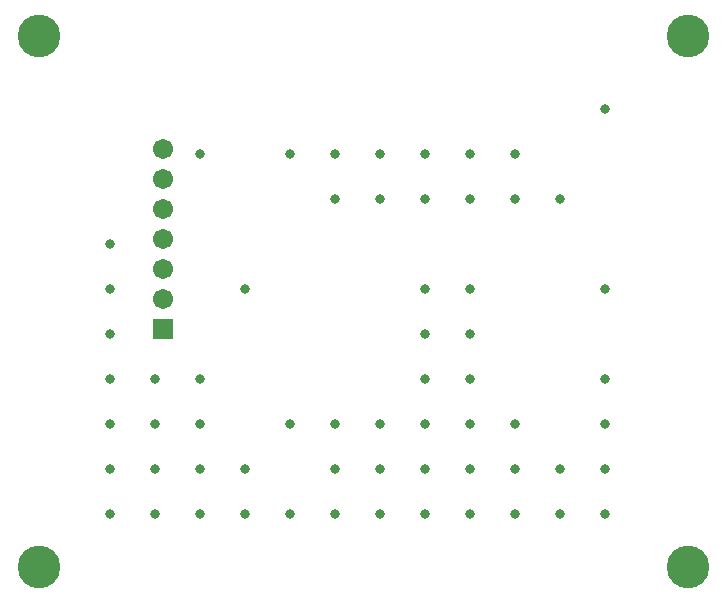
<source format=gbs>
G04*
G04 #@! TF.GenerationSoftware,Altium Limited,Altium Designer,18.1.6 (161)*
G04*
G04 Layer_Color=16711935*
%FSLAX25Y25*%
%MOIN*%
G70*
G01*
G75*
%ADD22C,0.06706*%
%ADD23R,0.06706X0.06706*%
%ADD24C,0.03300*%
%ADD25C,0.14186*%
D22*
X287500Y316500D02*
D03*
Y306500D02*
D03*
Y296500D02*
D03*
Y286500D02*
D03*
Y266500D02*
D03*
Y276500D02*
D03*
D23*
Y256500D02*
D03*
D24*
X435000Y330000D02*
D03*
Y270000D02*
D03*
Y240000D02*
D03*
Y225000D02*
D03*
Y210000D02*
D03*
Y195000D02*
D03*
X420000Y300000D02*
D03*
Y210000D02*
D03*
Y195000D02*
D03*
X405000Y315000D02*
D03*
Y300000D02*
D03*
Y225000D02*
D03*
Y210000D02*
D03*
Y195000D02*
D03*
X390000Y315000D02*
D03*
Y300000D02*
D03*
Y270000D02*
D03*
Y255000D02*
D03*
Y240000D02*
D03*
Y225000D02*
D03*
Y210000D02*
D03*
Y195000D02*
D03*
X375000Y315000D02*
D03*
Y300000D02*
D03*
Y270000D02*
D03*
Y255000D02*
D03*
Y240000D02*
D03*
Y225000D02*
D03*
Y210000D02*
D03*
Y195000D02*
D03*
X360000Y315000D02*
D03*
Y300000D02*
D03*
Y225000D02*
D03*
Y210000D02*
D03*
Y195000D02*
D03*
X345000Y315000D02*
D03*
Y300000D02*
D03*
Y225000D02*
D03*
Y210000D02*
D03*
Y195000D02*
D03*
X330000Y315000D02*
D03*
Y225000D02*
D03*
Y195000D02*
D03*
X315000Y270000D02*
D03*
Y210000D02*
D03*
Y195000D02*
D03*
X300000Y315000D02*
D03*
Y240000D02*
D03*
Y225000D02*
D03*
Y210000D02*
D03*
Y195000D02*
D03*
X285000Y240000D02*
D03*
Y225000D02*
D03*
Y210000D02*
D03*
Y195000D02*
D03*
X270000Y285000D02*
D03*
Y270000D02*
D03*
Y255000D02*
D03*
Y240000D02*
D03*
Y225000D02*
D03*
Y210000D02*
D03*
Y195000D02*
D03*
D25*
X246063Y354331D02*
D03*
X462598D02*
D03*
Y177165D02*
D03*
X246063D02*
D03*
M02*

</source>
